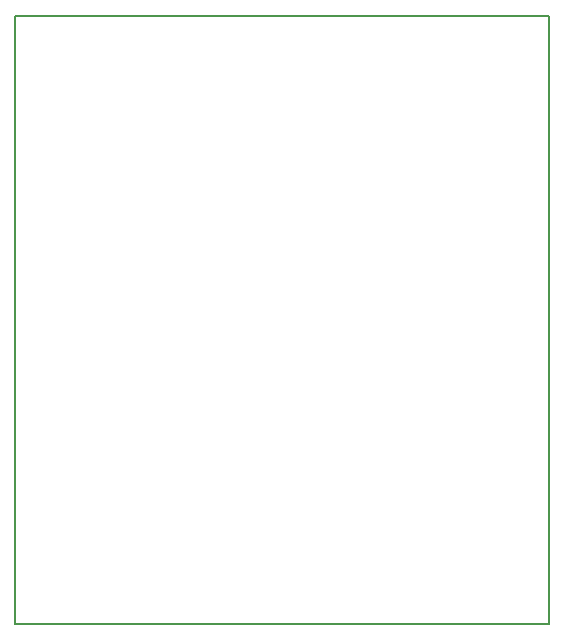
<source format=gbr>
%TF.GenerationSoftware,KiCad,Pcbnew,8.0.1*%
%TF.CreationDate,2024-05-25T07:42:12-07:00*%
%TF.ProjectId,knockControlBoard,6b6e6f63-6b43-46f6-9e74-726f6c426f61,rev?*%
%TF.SameCoordinates,Original*%
%TF.FileFunction,Profile,NP*%
%FSLAX46Y46*%
G04 Gerber Fmt 4.6, Leading zero omitted, Abs format (unit mm)*
G04 Created by KiCad (PCBNEW 8.0.1) date 2024-05-25 07:42:12*
%MOMM*%
%LPD*%
G01*
G04 APERTURE LIST*
%TA.AperFunction,Profile*%
%ADD10C,0.200000*%
%TD*%
G04 APERTURE END LIST*
D10*
X83780000Y-64970000D02*
X129000000Y-64970000D01*
X129000000Y-116390000D01*
X83780000Y-116390000D01*
X83780000Y-64970000D01*
M02*

</source>
